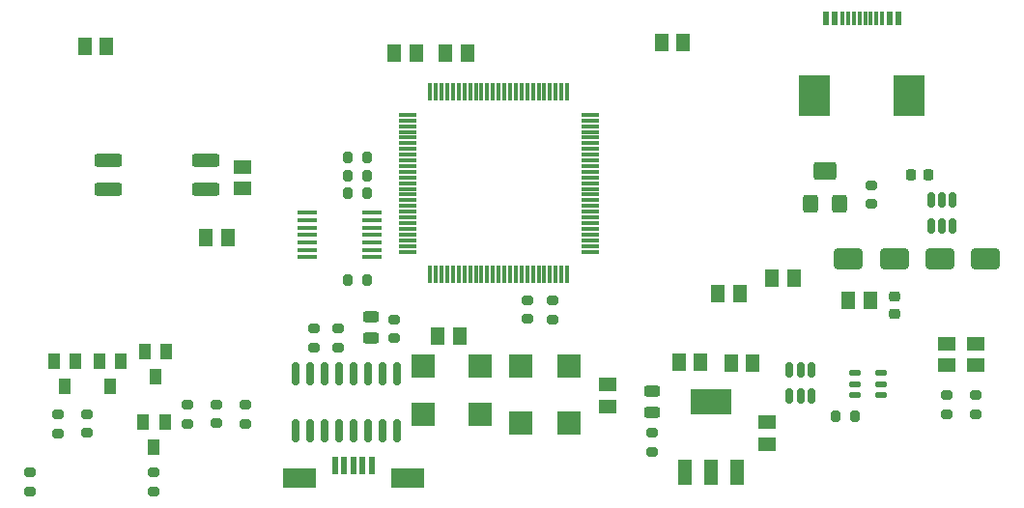
<source format=gbr>
%TF.GenerationSoftware,KiCad,Pcbnew,9.0.5*%
%TF.CreationDate,2025-10-27T17:08:41+05:30*%
%TF.ProjectId,cpm_vehicle_pcb,63706d5f-7665-4686-9963-6c655f706362,rev?*%
%TF.SameCoordinates,Original*%
%TF.FileFunction,Paste,Top*%
%TF.FilePolarity,Positive*%
%FSLAX46Y46*%
G04 Gerber Fmt 4.6, Leading zero omitted, Abs format (unit mm)*
G04 Created by KiCad (PCBNEW 9.0.5) date 2025-10-27 17:08:41*
%MOMM*%
%LPD*%
G01*
G04 APERTURE LIST*
G04 Aperture macros list*
%AMRoundRect*
0 Rectangle with rounded corners*
0 $1 Rounding radius*
0 $2 $3 $4 $5 $6 $7 $8 $9 X,Y pos of 4 corners*
0 Add a 4 corners polygon primitive as box body*
4,1,4,$2,$3,$4,$5,$6,$7,$8,$9,$2,$3,0*
0 Add four circle primitives for the rounded corners*
1,1,$1+$1,$2,$3*
1,1,$1+$1,$4,$5*
1,1,$1+$1,$6,$7*
1,1,$1+$1,$8,$9*
0 Add four rect primitives between the rounded corners*
20,1,$1+$1,$2,$3,$4,$5,0*
20,1,$1+$1,$4,$5,$6,$7,0*
20,1,$1+$1,$6,$7,$8,$9,0*
20,1,$1+$1,$8,$9,$2,$3,0*%
G04 Aperture macros list end*
%ADD10R,0.300000X1.150000*%
%ADD11R,0.600000X1.150000*%
%ADD12R,3.000000X1.800000*%
%ADD13R,0.500000X1.500000*%
%ADD14RoundRect,0.200000X-0.275000X0.200000X-0.275000X-0.200000X0.275000X-0.200000X0.275000X0.200000X0*%
%ADD15RoundRect,0.250000X0.970000X0.310000X-0.970000X0.310000X-0.970000X-0.310000X0.970000X-0.310000X0*%
%ADD16R,1.500000X1.300000*%
%ADD17RoundRect,0.225000X-0.225000X-0.250000X0.225000X-0.250000X0.225000X0.250000X-0.225000X0.250000X0*%
%ADD18R,1.300000X1.500000*%
%ADD19RoundRect,0.225000X-0.250000X0.225000X-0.250000X-0.225000X0.250000X-0.225000X0.250000X0.225000X0*%
%ADD20R,1.000000X1.400000*%
%ADD21RoundRect,0.200000X0.275000X-0.200000X0.275000X0.200000X-0.275000X0.200000X-0.275000X-0.200000X0*%
%ADD22R,1.500000X0.350000*%
%ADD23R,0.350000X1.500000*%
%ADD24RoundRect,0.200000X0.200000X0.275000X-0.200000X0.275000X-0.200000X-0.275000X0.200000X-0.275000X0*%
%ADD25RoundRect,0.243750X0.456250X-0.243750X0.456250X0.243750X-0.456250X0.243750X-0.456250X-0.243750X0*%
%ADD26RoundRect,0.250000X-1.000000X-0.650000X1.000000X-0.650000X1.000000X0.650000X-1.000000X0.650000X0*%
%ADD27RoundRect,0.243750X-0.456250X0.243750X-0.456250X-0.243750X0.456250X-0.243750X0.456250X0.243750X0*%
%ADD28R,2.000000X2.000000*%
%ADD29R,2.700000X3.600000*%
%ADD30R,1.676400X0.355600*%
%ADD31RoundRect,0.250000X0.400000X0.550000X-0.400000X0.550000X-0.400000X-0.550000X0.400000X-0.550000X0*%
%ADD32RoundRect,0.250000X0.750000X0.550000X-0.750000X0.550000X-0.750000X-0.550000X0.750000X-0.550000X0*%
%ADD33R,1.219200X2.235200*%
%ADD34R,3.600000X2.200000*%
%ADD35RoundRect,0.150000X-0.150000X0.512500X-0.150000X-0.512500X0.150000X-0.512500X0.150000X0.512500X0*%
%ADD36RoundRect,0.150000X0.150000X-0.825000X0.150000X0.825000X-0.150000X0.825000X-0.150000X-0.825000X0*%
%ADD37RoundRect,0.150000X0.150000X-0.512500X0.150000X0.512500X-0.150000X0.512500X-0.150000X-0.512500X0*%
%ADD38RoundRect,0.132500X-0.402500X0.132500X-0.402500X-0.132500X0.402500X-0.132500X0.402500X0.132500X0*%
G04 APERTURE END LIST*
D10*
%TO.C,J4*%
X174820000Y-47755000D03*
X173820000Y-47755000D03*
X172320000Y-47755000D03*
X171320000Y-47755000D03*
D11*
X170670000Y-47755000D03*
X169870000Y-47755000D03*
D10*
X171820000Y-47755000D03*
X172820000Y-47755000D03*
X173320000Y-47755000D03*
X174320000Y-47755000D03*
D11*
X175470000Y-47755000D03*
X176270000Y-47755000D03*
%TD*%
D12*
%TO.C,J5*%
X123712500Y-88075000D03*
X133212500Y-88075000D03*
D13*
X126862500Y-86925000D03*
X127662500Y-86925000D03*
X128462500Y-86925000D03*
X129262500Y-86925000D03*
X130062500Y-86925000D03*
%TD*%
D14*
%TO.C,R2*%
X116450000Y-81610000D03*
X116450000Y-83260000D03*
%TD*%
D15*
%TO.C,SW1*%
X115555000Y-62770000D03*
X115555000Y-60230000D03*
X106945000Y-60230000D03*
X106945000Y-62770000D03*
%TD*%
D14*
%TO.C,R3o1*%
X113910000Y-81630000D03*
X113910000Y-83280000D03*
%TD*%
D16*
%TO.C,C9*%
X180440000Y-78160000D03*
X180440000Y-76260000D03*
%TD*%
D17*
%TO.C,C7*%
X177325000Y-61480000D03*
X178875000Y-61480000D03*
%TD*%
D18*
%TO.C,C3*%
X171850000Y-72500000D03*
X173750000Y-72500000D03*
%TD*%
D19*
%TO.C,C4*%
X175870000Y-72115000D03*
X175870000Y-73665000D03*
%TD*%
D20*
%TO.C,Q12*%
X104110000Y-77815000D03*
X102210000Y-77815000D03*
X103160000Y-80015000D03*
%TD*%
D14*
%TO.C,R4*%
X143720000Y-72445000D03*
X143720000Y-74095000D03*
%TD*%
D21*
%TO.C,R26*%
X127170000Y-76595000D03*
X127170000Y-74945000D03*
%TD*%
D18*
%TO.C,C55*%
X160420000Y-71890000D03*
X162320000Y-71890000D03*
%TD*%
D14*
%TO.C,R15*%
X111000000Y-87545000D03*
X111000000Y-89195000D03*
%TD*%
D22*
%TO.C,IC1*%
X133200000Y-56200000D03*
X133200000Y-56700000D03*
X133200000Y-57200000D03*
X133200000Y-57700000D03*
X133200000Y-58200000D03*
X133200000Y-58700000D03*
X133200000Y-59200000D03*
X133200000Y-59700000D03*
X133200000Y-60200000D03*
X133200000Y-60700000D03*
X133200000Y-61200000D03*
X133200000Y-61700000D03*
X133200000Y-62200000D03*
X133200000Y-62700000D03*
X133200000Y-63200000D03*
X133200000Y-63700000D03*
X133200000Y-64200000D03*
X133200000Y-64700000D03*
X133200000Y-65200000D03*
X133200000Y-65700000D03*
X133200000Y-66200000D03*
X133200000Y-66700000D03*
X133200000Y-67200000D03*
X133200000Y-67700000D03*
X133200000Y-68200000D03*
D23*
X135200000Y-70200000D03*
X135700000Y-70200000D03*
X136200000Y-70200000D03*
X136700000Y-70200000D03*
X137200000Y-70200000D03*
X137700000Y-70200000D03*
X138200000Y-70200000D03*
X138700000Y-70200000D03*
X139200000Y-70200000D03*
X139700000Y-70200000D03*
X140200000Y-70200000D03*
X140700000Y-70200000D03*
X141200000Y-70200000D03*
X141700000Y-70200000D03*
X142200000Y-70200000D03*
X142700000Y-70200000D03*
X143200000Y-70200000D03*
X143700000Y-70200000D03*
X144200000Y-70200000D03*
X144700000Y-70200000D03*
X145200000Y-70200000D03*
X145700000Y-70200000D03*
X146200000Y-70200000D03*
X146700000Y-70200000D03*
X147200000Y-70200000D03*
D22*
X149200000Y-68200000D03*
X149200000Y-67700000D03*
X149200000Y-67200000D03*
X149200000Y-66700000D03*
X149200000Y-66200000D03*
X149200000Y-65700000D03*
X149200000Y-65200000D03*
X149200000Y-64700000D03*
X149200000Y-64200000D03*
X149200000Y-63700000D03*
X149200000Y-63200000D03*
X149200000Y-62700000D03*
X149200000Y-62200000D03*
X149200000Y-61700000D03*
X149200000Y-61200000D03*
X149200000Y-60700000D03*
X149200000Y-60200000D03*
X149200000Y-59700000D03*
X149200000Y-59200000D03*
X149200000Y-58700000D03*
X149200000Y-58200000D03*
X149200000Y-57700000D03*
X149200000Y-57200000D03*
X149200000Y-56700000D03*
X149200000Y-56200000D03*
D23*
X147200000Y-54200000D03*
X146700000Y-54200000D03*
X146200000Y-54200000D03*
X145700000Y-54200000D03*
X145200000Y-54200000D03*
X144700000Y-54200000D03*
X144200000Y-54200000D03*
X143700000Y-54200000D03*
X143200000Y-54200000D03*
X142700000Y-54200000D03*
X142200000Y-54200000D03*
X141700000Y-54200000D03*
X141200000Y-54200000D03*
X140700000Y-54200000D03*
X140200000Y-54200000D03*
X139700000Y-54200000D03*
X139200000Y-54200000D03*
X138700000Y-54200000D03*
X138200000Y-54200000D03*
X137700000Y-54200000D03*
X137200000Y-54200000D03*
X136700000Y-54200000D03*
X136200000Y-54200000D03*
X135700000Y-54200000D03*
X135200000Y-54200000D03*
%TD*%
D16*
%TO.C,C61*%
X164720000Y-85080000D03*
X164720000Y-83180000D03*
%TD*%
D21*
%TO.C,R25*%
X182990000Y-82450000D03*
X182990000Y-80800000D03*
%TD*%
D20*
%TO.C,Q11*%
X111940000Y-83180000D03*
X110040000Y-83180000D03*
X110990000Y-85380000D03*
%TD*%
D24*
%TO.C,R24*%
X172412500Y-82610000D03*
X170762500Y-82610000D03*
%TD*%
D25*
%TO.C,D2*%
X154630000Y-82335000D03*
X154630000Y-80460000D03*
%TD*%
D16*
%TO.C,C71*%
X150710000Y-79870000D03*
X150710000Y-81770000D03*
%TD*%
D14*
%TO.C,R9*%
X154630000Y-84095000D03*
X154630000Y-85745000D03*
%TD*%
D18*
%TO.C,C63*%
X161560000Y-77970000D03*
X163460000Y-77970000D03*
%TD*%
D21*
%TO.C,R21*%
X173860000Y-64030000D03*
X173860000Y-62380000D03*
%TD*%
D24*
%TO.C,R13*%
X129635000Y-61530000D03*
X127985000Y-61530000D03*
%TD*%
D18*
%TO.C,C10*%
X135880000Y-75630000D03*
X137780000Y-75630000D03*
%TD*%
%TO.C,C31*%
X104940000Y-50200000D03*
X106840000Y-50200000D03*
%TD*%
%TO.C,C56*%
X165160000Y-70520000D03*
X167060000Y-70520000D03*
%TD*%
%TO.C,C51*%
X136550000Y-50840000D03*
X138450000Y-50840000D03*
%TD*%
D26*
%TO.C,D6*%
X171860000Y-68830000D03*
X175860000Y-68830000D03*
%TD*%
D27*
%TO.C,D3*%
X130000000Y-73942500D03*
X130000000Y-75817500D03*
%TD*%
D28*
%TO.C,QG1*%
X147370000Y-83250000D03*
X147370000Y-78250000D03*
X143170000Y-78250000D03*
X143170000Y-83250000D03*
%TD*%
D21*
%TO.C,R28*%
X180430000Y-82450000D03*
X180430000Y-80800000D03*
%TD*%
D24*
%TO.C,R12*%
X129635000Y-59930000D03*
X127985000Y-59930000D03*
%TD*%
D29*
%TO.C,L1*%
X168830000Y-54500000D03*
X177130000Y-54500000D03*
%TD*%
D18*
%TO.C,C53*%
X157380000Y-49900000D03*
X155480000Y-49900000D03*
%TD*%
D20*
%TO.C,Q14*%
X112060000Y-76950000D03*
X110160000Y-76950000D03*
X111110000Y-79150000D03*
%TD*%
D18*
%TO.C,C41*%
X115550000Y-67000000D03*
X117450000Y-67000000D03*
%TD*%
D30*
%TO.C,U3*%
X124430600Y-64800000D03*
X124430600Y-65450000D03*
X124430600Y-66100000D03*
X124430600Y-66750000D03*
X124430600Y-67400000D03*
X124430600Y-68050000D03*
X124430600Y-68700000D03*
X130069400Y-68700000D03*
X130069400Y-68050000D03*
X130069400Y-67400000D03*
X130069400Y-66750000D03*
X130069400Y-66100000D03*
X130069400Y-65450000D03*
X130069400Y-64800000D03*
%TD*%
D31*
%TO.C,RV1*%
X168560000Y-64030000D03*
D32*
X169810000Y-61130000D03*
D31*
X171060000Y-64030000D03*
%TD*%
D21*
%TO.C,R10*%
X132010000Y-75815000D03*
X132010000Y-74165000D03*
%TD*%
D16*
%TO.C,C11*%
X182990000Y-78160000D03*
X182990000Y-76260000D03*
%TD*%
D18*
%TO.C,C54*%
X133950000Y-50830000D03*
X132050000Y-50830000D03*
%TD*%
D14*
%TO.C,R17*%
X102592500Y-82500000D03*
X102592500Y-84150000D03*
%TD*%
D33*
%TO.C,P1*%
X157488600Y-87568800D03*
X159800000Y-87568800D03*
X162111400Y-87568800D03*
D34*
X159800000Y-81371000D03*
%TD*%
D14*
%TO.C,R18*%
X105140000Y-82445000D03*
X105140000Y-84095000D03*
%TD*%
D28*
%TO.C,QG2*%
X139560000Y-78270000D03*
X134560000Y-78270000D03*
X134560000Y-82470000D03*
X139560000Y-82470000D03*
%TD*%
D35*
%TO.C,Q3*%
X168605000Y-78552500D03*
X167655000Y-78552500D03*
X166705000Y-78552500D03*
X166705000Y-80827500D03*
X167655000Y-80827500D03*
X168605000Y-80827500D03*
%TD*%
D21*
%TO.C,R27*%
X125050000Y-76595000D03*
X125050000Y-74945000D03*
%TD*%
D24*
%TO.C,R11*%
X129635000Y-70680000D03*
X127985000Y-70680000D03*
%TD*%
D16*
%TO.C,C42*%
X118770000Y-62690000D03*
X118770000Y-60790000D03*
%TD*%
D20*
%TO.C,Q13*%
X108120000Y-77840000D03*
X106220000Y-77840000D03*
X107170000Y-80040000D03*
%TD*%
D14*
%TO.C,R1*%
X118990000Y-81655000D03*
X118990000Y-83305000D03*
%TD*%
D26*
%TO.C,D1*%
X179890000Y-68830000D03*
X183890000Y-68830000D03*
%TD*%
D14*
%TO.C,R3*%
X145930000Y-72485000D03*
X145930000Y-74135000D03*
%TD*%
%TO.C,R16*%
X100110000Y-87565000D03*
X100110000Y-89215000D03*
%TD*%
D18*
%TO.C,C62*%
X158880000Y-77930000D03*
X156980000Y-77930000D03*
%TD*%
D24*
%TO.C,R14*%
X129655000Y-63110000D03*
X128005000Y-63110000D03*
%TD*%
D36*
%TO.C,U7*%
X123402500Y-83875000D03*
X124672500Y-83875000D03*
X125942500Y-83875000D03*
X127212500Y-83875000D03*
X128482500Y-83875000D03*
X129752500Y-83875000D03*
X131022500Y-83875000D03*
X132292500Y-83875000D03*
X132292500Y-78925000D03*
X131022500Y-78925000D03*
X129752500Y-78925000D03*
X128482500Y-78925000D03*
X127212500Y-78925000D03*
X125942500Y-78925000D03*
X124672500Y-78925000D03*
X123402500Y-78925000D03*
%TD*%
D37*
%TO.C,U4*%
X179110000Y-65947500D03*
X180060000Y-65947500D03*
X181010000Y-65947500D03*
X181010000Y-63672500D03*
X180060000Y-63672500D03*
X179110000Y-63672500D03*
%TD*%
D38*
%TO.C,U8*%
X172410000Y-78850000D03*
X172410000Y-79800000D03*
X172410000Y-80750000D03*
X174710000Y-80750000D03*
X174710000Y-79800000D03*
X174710000Y-78850000D03*
%TD*%
M02*

</source>
